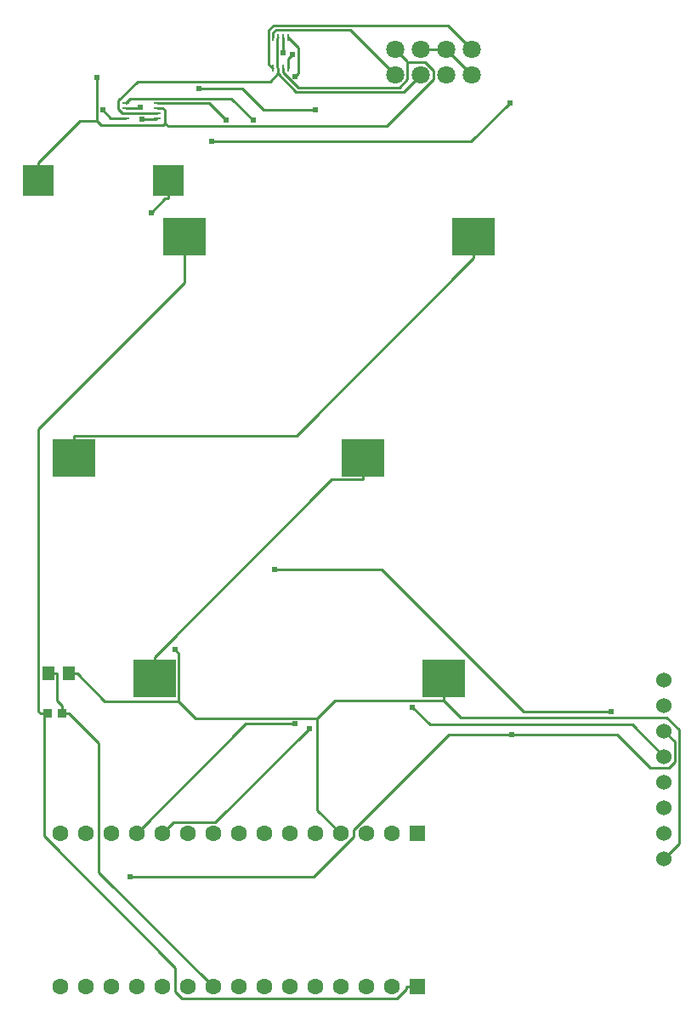
<source format=gbl>
G04 Layer: BottomLayer*
G04 EasyEDA v6.5.42, 2024-05-28 01:04:16*
G04 864da046108442dba22ddf06c26b1ed7,510c7b70758e4c7f89447156c1b3190b,10*
G04 Gerber Generator version 0.2*
G04 Scale: 100 percent, Rotated: No, Reflected: No *
G04 Dimensions in millimeters *
G04 leading zeros omitted , absolute positions ,4 integer and 5 decimal *
%FSLAX45Y45*%
%MOMM*%

%AMMACRO1*21,1,$1,$2,0,0,$3*%
%ADD10C,0.2540*%
%ADD11MACRO1,4.2X3.8X0.0000*%
%ADD12MACRO1,3X3X90.0000*%
%ADD13MACRO1,1.377X1.1325X90.0000*%
%ADD14O,0.7500112X0.2500122*%
%ADD15O,0.2500122X0.7500112*%
%ADD16MACRO1,0.864X0.8065X90.0000*%
%ADD17C,1.5240*%
%ADD18R,1.6000X1.6000*%
%ADD19C,1.6000*%
%ADD20C,1.8000*%
%ADD21C,0.6100*%

%LPD*%
D10*
X4521200Y9563100D02*
G01*
X4286504Y9797795D01*
X2545029Y9797795D01*
X2500020Y9752787D01*
X2500020Y9411182D01*
X2541193Y9370009D01*
X3759200Y9309100D02*
G01*
X3313049Y9755251D01*
X2570962Y9755251D01*
X2541193Y9725482D01*
X2541193Y9679990D01*
X4538497Y7699984D02*
G01*
X4538497Y7482078D01*
X561492Y5499988D02*
G01*
X561492Y5717895D01*
X561492Y5717895D02*
G01*
X2774315Y5717895D01*
X4538497Y7482078D01*
X444144Y2959100D02*
G01*
X512368Y2959100D01*
X1945995Y237997D02*
G01*
X808101Y1375892D01*
X808101Y2663367D01*
X512368Y2959100D01*
X444144Y2959100D02*
G01*
X444144Y3030220D01*
X306400Y3352800D02*
G01*
X390931Y3352800D01*
X444144Y3030220D02*
G01*
X390931Y3083432D01*
X390931Y3352800D01*
X3438499Y5282082D02*
G01*
X3125673Y5282082D01*
X1361490Y3517900D01*
X3438499Y5499988D02*
G01*
X3438499Y5282082D01*
X1361490Y3299993D02*
G01*
X1361490Y3517900D01*
X6438900Y2527300D02*
G01*
X6122644Y2843555D01*
X4106316Y2843555D01*
X4106316Y2843580D01*
X3930294Y3019602D01*
X2966313Y8959469D02*
G01*
X2450363Y8959469D01*
X2237359Y9172473D01*
X1806371Y9172473D01*
X3977995Y237997D02*
G01*
X3870070Y237997D01*
X259359Y2959100D02*
G01*
X259359Y1738579D01*
X1569516Y428421D01*
X1569516Y189585D01*
X1637817Y121285D01*
X3780332Y121285D01*
X3870070Y211023D01*
X3870070Y237997D01*
X259359Y2959100D02*
G01*
X225247Y2959100D01*
X293471Y2959100D02*
G01*
X259359Y2959100D01*
X1661490Y7699984D02*
G01*
X1661490Y7241717D01*
X207111Y5787339D01*
X207111Y2977235D01*
X225247Y2959100D01*
X2762351Y9292056D02*
G01*
X2793060Y9322765D01*
X2793060Y9578136D01*
X2691206Y9679990D01*
X1183995Y1761997D02*
G01*
X2272893Y2850895D01*
X2762351Y2850895D01*
X1930171Y8642045D02*
G01*
X4515916Y8642045D01*
X4898821Y9024950D01*
X2560650Y4390897D02*
G01*
X3620211Y4390897D01*
X5038267Y2972841D01*
X5907303Y2972841D01*
X2734487Y9513214D02*
G01*
X2691206Y9469932D01*
X2691206Y9370009D01*
X1438046Y1761947D02*
G01*
X1546199Y1870100D01*
X1966645Y1870100D01*
X2902889Y2806344D01*
X4919954Y2748432D02*
G01*
X4291888Y2748432D01*
X3343020Y1799564D01*
X3343020Y1726692D01*
X2950870Y1334541D01*
X1120012Y1334541D01*
X6438900Y2781300D02*
G01*
X6544741Y2675458D01*
X6544741Y2475001D01*
X6488328Y2418587D01*
X6297066Y2418587D01*
X5967222Y2748432D01*
X4919954Y2748432D01*
X2591206Y9320580D02*
G01*
X2513253Y9242628D01*
X1197457Y9242628D01*
X1003579Y9048750D01*
X1003579Y8964066D01*
X1039139Y8928506D01*
X1076934Y8928506D01*
X2591206Y9370009D02*
G01*
X2591206Y9320580D01*
X1076934Y8928506D02*
G01*
X1386916Y8928506D01*
X2591206Y9679990D02*
G01*
X2582646Y9671430D01*
X2582646Y9378569D01*
X2591206Y9370009D01*
X4013200Y9309100D02*
G01*
X3843781Y9139681D01*
X2772105Y9139681D01*
X2591206Y9320580D01*
X4267200Y9563100D02*
G01*
X4013200Y9563100D01*
X4521200Y9309100D02*
G01*
X4267200Y9563100D01*
X1076934Y9028506D02*
G01*
X1120343Y9071914D01*
X2126767Y9071914D01*
X2342921Y8855760D01*
X1500022Y8255000D02*
G01*
X1500022Y8077098D01*
X1500022Y8077098D02*
G01*
X1466392Y8077098D01*
X1327632Y7938338D01*
X1386916Y8878493D02*
G01*
X1375790Y8867368D01*
X1235405Y8867368D01*
X1076934Y8878493D02*
G01*
X926871Y8878493D01*
X843026Y8962339D01*
X1386916Y9028506D02*
G01*
X1901444Y9028506D01*
X2072995Y8856954D01*
X1076934Y8978493D02*
G01*
X1206449Y8978493D01*
X1215694Y8987739D01*
X2641218Y9529470D02*
G01*
X2641193Y9529495D01*
X2641193Y9679990D01*
X1464259Y8826398D02*
G01*
X1464259Y8956116D01*
X1441881Y8978493D01*
X1386916Y8978493D01*
X784453Y8852204D02*
G01*
X827989Y8808669D01*
X1446529Y8808669D01*
X1464259Y8826398D01*
X3880484Y9436100D02*
G01*
X4055668Y9436100D01*
X4140200Y9351568D01*
X4140200Y9262745D01*
X3671620Y8794165D01*
X1496491Y8794165D01*
X1464259Y8826398D01*
X199999Y8432927D02*
G01*
X619277Y8852204D01*
X784453Y8852204D01*
X787907Y9280448D02*
G01*
X784453Y9276994D01*
X784453Y8852204D01*
X1602994Y3075812D02*
G01*
X1602994Y3553079D01*
X1564995Y3591077D01*
X2984830Y2909620D02*
G01*
X1769186Y2909620D01*
X1602994Y3075812D01*
X1602994Y3075812D02*
G01*
X867943Y3075812D01*
X590956Y3352800D01*
X3759200Y9563100D02*
G01*
X3880484Y9441814D01*
X3880484Y9436100D01*
X3880484Y9436100D02*
G01*
X3880484Y9262186D01*
X3798747Y9180449D01*
X2791129Y9180449D01*
X2641193Y9330385D01*
X2641193Y9370009D01*
X2984830Y2909620D02*
G01*
X3157296Y3082086D01*
X4238497Y3082086D01*
X3215995Y1761997D02*
G01*
X2984830Y1993163D01*
X2984830Y2909620D01*
X6438900Y1511300D02*
G01*
X6585534Y1657934D01*
X6585534Y2791282D01*
X6464147Y2912668D01*
X4407915Y2912668D01*
X4238497Y3082086D01*
X4238497Y3299993D02*
G01*
X4238497Y3082086D01*
X506399Y3352800D02*
G01*
X590956Y3352800D01*
X199999Y8255000D02*
G01*
X199999Y8432927D01*
D11*
G01*
X1661490Y7699984D03*
G01*
X4538497Y7699984D03*
G01*
X561492Y5499989D03*
G01*
X3438499Y5499989D03*
G01*
X1361490Y3299993D03*
G01*
X4238497Y3299993D03*
D12*
G01*
X1500009Y8255000D03*
G01*
X199986Y8255000D03*
D13*
G01*
X306395Y3352800D03*
G01*
X506404Y3352800D03*
D14*
G01*
X1076934Y9028506D03*
G01*
X1076934Y8978493D03*
G01*
X1076934Y8928506D03*
G01*
X1076934Y8878493D03*
G01*
X1386916Y8878493D03*
G01*
X1386916Y8928506D03*
G01*
X1386916Y8978493D03*
G01*
X1386916Y9028506D03*
D15*
G01*
X2691206Y9679965D03*
G01*
X2641193Y9679965D03*
G01*
X2591206Y9679965D03*
G01*
X2541193Y9679965D03*
G01*
X2541193Y9369983D03*
G01*
X2591206Y9369983D03*
G01*
X2641193Y9369983D03*
G01*
X2691206Y9369983D03*
D16*
G01*
X293472Y2959100D03*
G01*
X444122Y2959100D03*
D17*
G01*
X6438900Y3289300D03*
G01*
X6438900Y3035300D03*
G01*
X6438900Y2781300D03*
G01*
X6438900Y2527300D03*
G01*
X6438900Y2273300D03*
G01*
X6438900Y2019300D03*
G01*
X6438900Y1765300D03*
G01*
X6438900Y1511300D03*
D18*
G01*
X3977995Y1761997D03*
D19*
G01*
X3723995Y237997D03*
G01*
X3215944Y237947D03*
G01*
X2707944Y237947D03*
G01*
X2199944Y237947D03*
G01*
X1691944Y237947D03*
G01*
X1183944Y237947D03*
G01*
X675944Y237947D03*
G01*
X421995Y1761997D03*
G01*
X930046Y1761947D03*
G01*
X1438046Y1761947D03*
G01*
X1946046Y1761947D03*
G01*
X2454046Y1761947D03*
G01*
X2962046Y1761947D03*
G01*
X3470046Y1761947D03*
G01*
X3723995Y1761997D03*
G01*
X3215995Y1761997D03*
G01*
X2707995Y1761997D03*
G01*
X2199995Y1761997D03*
G01*
X1691995Y1761997D03*
G01*
X1183995Y1761997D03*
G01*
X675995Y1761997D03*
G01*
X421995Y237997D03*
G01*
X929995Y237997D03*
G01*
X1437995Y237997D03*
G01*
X1945995Y237997D03*
G01*
X2453995Y237997D03*
G01*
X2961995Y237997D03*
G01*
X3469995Y237997D03*
D18*
G01*
X3977995Y237997D03*
D20*
G01*
X3759200Y9563100D03*
G01*
X4013200Y9563100D03*
G01*
X4267200Y9563100D03*
G01*
X4521200Y9563100D03*
G01*
X4521200Y9309100D03*
G01*
X4267200Y9309100D03*
G01*
X4013200Y9309100D03*
G01*
X3759200Y9309100D03*
D21*
G01*
X1806371Y9172473D03*
G01*
X2966313Y8959469D03*
G01*
X3930294Y3019602D03*
G01*
X2762351Y9292056D03*
G01*
X2762351Y2850895D03*
G01*
X4898821Y9024950D03*
G01*
X1930171Y8642045D03*
G01*
X5907303Y2972841D03*
G01*
X2560650Y4390897D03*
G01*
X2734487Y9513214D03*
G01*
X2902889Y2806344D03*
G01*
X1120012Y1334541D03*
G01*
X4919954Y2748432D03*
G01*
X2342921Y8855760D03*
G01*
X1327632Y7938338D03*
G01*
X1235405Y8867368D03*
G01*
X843026Y8962339D03*
G01*
X2072995Y8856954D03*
G01*
X2641218Y9529470D03*
G01*
X1215694Y8987739D03*
G01*
X1564995Y3591077D03*
G01*
X787907Y9280448D03*
M02*

</source>
